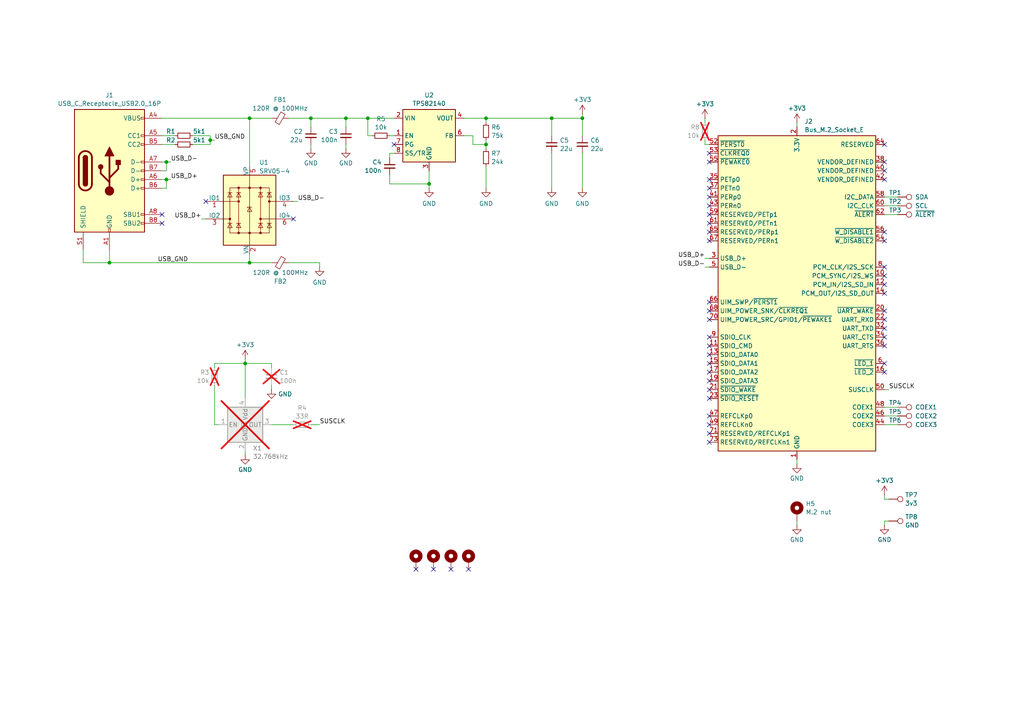
<source format=kicad_sch>
(kicad_sch (version 20231120) (generator "eeschema") (generator_version "8.0")
  (paper "A4")
  (lib_symbols
    (symbol "Connector:Bus_M.2_Socket_E"
      (property "Reference" "J" (at -22.86 46.99 0))
      (property "Value" "Bus_M.2_Socket_E" (at 16.51 46.99 0))
      (symbol "Bus_M.2_Socket_E_0_1"
        (rectangle (start -22.86 45.72) (end 22.86 -45.72) (stroke (width 0.254)) (fill (type background)))
      )
      (symbol "Bus_M.2_Socket_E_1_1"
        (pin power_in line (at 0 -48.26 90) (length 2.54) (name "GND") (number "1"))
        (pin bidirectional line (at 25.4 5.08 180) (length 2.54) (name "PCM_SYNC/I2S_WS") (number "10"))
        (pin bidirectional line (at -25.4 -15.24 0) (length 2.54) (name "SDIO_CMD") (number "11"))
        (pin input line (at 25.4 2.54 180) (length 2.54) (name "PCM_IN/I2S_SD_IN") (number "12"))
        (pin bidirectional line (at -25.4 -17.78 0) (length 2.54) (name "SDIO_DATA0") (number "13"))
        (pin output line (at 25.4 0 180) (length 2.54) (name "PCM_OUT/I2S_SD_OUT") (number "14"))
        (pin bidirectional line (at -25.4 -20.32 0) (length 2.54) (name "SDIO_DATA1") (number "15"))
        (pin open_collector line (at 25.4 -22.86 180) (length 2.54) (name "~{LED_2}") (number "16"))
        (pin bidirectional line (at -25.4 -22.86 0) (length 2.54) (name "SDIO_DATA2") (number "17"))
        (pin passive line (at 0 -48.26 90) (length 2.54) hide (name "GND") (number "18"))
        (pin bidirectional line (at -25.4 -25.4 0) (length 2.54) (name "SDIO_DATA3") (number "19"))
        (pin power_in line (at 0 48.26 270) (length 2.54) (name "3.3V") (number "2"))
        (pin input line (at 25.4 -5.08 180) (length 2.54) (name "~{UART_WAKE}") (number "20"))
        (pin input line (at -25.4 -27.94 0) (length 2.54) (name "~{SDIO_WAKE}") (number "21"))
        (pin input line (at 25.4 -7.62 180) (length 2.54) (name "UART_RXD") (number "22"))
        (pin output line (at -25.4 -30.48 0) (length 2.54) (name "~{SDIO_RESET}") (number "23"))
        (pin bidirectional line (at -25.4 10.16 0) (length 2.54) (name "USB_D+") (number "3"))
        (pin output line (at 25.4 -10.16 180) (length 2.54) (name "UART_TXD") (number "32"))
        (pin passive line (at 0 -48.26 90) (length 2.54) hide (name "GND") (number "33"))
        (pin input line (at 25.4 -12.7 180) (length 2.54) (name "UART_CTS") (number "34"))
        (pin output line (at -25.4 33.02 0) (length 2.54) (name "PETp0") (number "35"))
        (pin output line (at 25.4 -15.24 180) (length 2.54) (name "UART_RTS") (number "36"))
        (pin output line (at -25.4 30.48 0) (length 2.54) (name "PETn0") (number "37"))
        (pin passive line (at 25.4 38.1 180) (length 2.54) (name "VENDOR_DEFINED") (number "38"))
        (pin passive line (at 0 -48.26 90) (length 2.54) hide (name "GND") (number "39"))
        (pin passive line (at 0 48.26 270) (length 2.54) hide (name "3.3V") (number "4"))
        (pin passive line (at 25.4 35.56 180) (length 2.54) (name "VENDOR_DEFINED") (number "40"))
        (pin input line (at -25.4 27.94 0) (length 2.54) (name "PERp0") (number "41"))
        (pin passive line (at 25.4 33.02 180) (length 2.54) (name "VENDOR_DEFINED") (number "42"))
        (pin input line (at -25.4 25.4 0) (length 2.54) (name "PERn0") (number "43"))
        (pin bidirectional line (at 25.4 -38.1 180) (length 2.54) (name "COEX3") (number "44"))
        (pin passive line (at 0 -48.26 90) (length 2.54) hide (name "GND") (number "45"))
        (pin bidirectional line (at 25.4 -35.56 180) (length 2.54) (name "COEX2") (number "46"))
        (pin output line (at -25.4 -35.56 0) (length 2.54) (name "REFCLKp0") (number "47"))
        (pin bidirectional line (at 25.4 -33.02 180) (length 2.54) (name "COEX1") (number "48"))
        (pin output line (at -25.4 -38.1 0) (length 2.54) (name "REFCLKn0") (number "49"))
        (pin bidirectional line (at -25.4 7.62 0) (length 2.54) (name "USB_D-") (number "5"))
        (pin output line (at 25.4 -27.94 180) (length 2.54) (name "SUSCLK") (number "50"))
        (pin passive line (at 0 -48.26 90) (length 2.54) hide (name "GND") (number "51"))
        (pin output line (at -25.4 43.18 0) (length 2.54) (name "~{PERST0}") (number "52"))
        (pin bidirectional line (at -25.4 40.64 0) (length 2.54) (name "~{CLKREQ0}") (number "53"))
        (pin output line (at 25.4 15.24 180) (length 2.54) (name "~{W_DISABLE2}") (number "54"))
        (pin bidirectional line (at -25.4 38.1 0) (length 2.54) (name "~{PEWAKE0}") (number "55"))
        (pin output line (at 25.4 17.78 180) (length 2.54) (name "~{W_DISABLE1}") (number "56"))
        (pin passive line (at 0 -48.26 90) (length 2.54) hide (name "GND") (number "57"))
        (pin bidirectional line (at 25.4 27.94 180) (length 2.54) (name "I2C_DATA") (number "58"))
        (pin output line (at -25.4 22.86 0) (length 2.54) (name "RESERVED/PETp1") (number "59"))
        (pin open_collector line (at 25.4 -20.32 180) (length 2.54) (name "~{LED_1}") (number "6"))
        (pin output line (at 25.4 25.4 180) (length 2.54) (name "I2C_CLK") (number "60"))
        (pin output line (at -25.4 20.32 0) (length 2.54) (name "RESERVED/PETn1") (number "61"))
        (pin input line (at 25.4 22.86 180) (length 2.54) (name "~{ALERT}") (number "62"))
        (pin passive line (at 0 -48.26 90) (length 2.54) hide (name "GND") (number "63"))
        (pin passive line (at 25.4 43.18 180) (length 2.54) (name "RESERVED") (number "64"))
        (pin input line (at -25.4 17.78 0) (length 2.54) (name "RESERVED/PERp1") (number "65"))
        (pin output line (at -25.4 -2.54 0) (length 2.54) (name "UIM_SWP/~{PERST1}") (number "66"))
        (pin input line (at -25.4 15.24 0) (length 2.54) (name "RESERVED/PERn1") (number "67"))
        (pin bidirectional line (at -25.4 -5.08 0) (length 2.54) (name "UIM_POWER_SNK/~{CLKREQ1}") (number "68"))
        (pin passive line (at 0 -48.26 90) (length 2.54) hide (name "GND") (number "69"))
        (pin passive line (at 0 -48.26 90) (length 2.54) hide (name "GND") (number "7"))
        (pin bidirectional line (at -25.4 -7.62 0) (length 2.54) (name "UIM_POWER_SRC/GPIO1/~{PEWAKE1}") (number "70"))
        (pin output line (at -25.4 -40.64 0) (length 2.54) (name "RESERVED/REFCLKp1") (number "71"))
        (pin passive line (at 0 48.26 270) (length 2.54) hide (name "3.3V") (number "72"))
        (pin output line (at -25.4 -43.18 0) (length 2.54) (name "RESERVED/REFCLKn1") (number "73"))
        (pin passive line (at 0 48.26 270) (length 2.54) hide (name "3.3V") (number "74"))
        (pin passive line (at 0 -48.26 90) (length 2.54) hide (name "GND") (number "75"))
        (pin bidirectional line (at 25.4 7.62 180) (length 2.54) (name "PCM_CLK/I2S_SCK") (number "8"))
        (pin output line (at -25.4 -12.7 0) (length 2.54) (name "SDIO_CLK") (number "9"))
      )
    )
    (symbol "Connector:TestPoint" (pin_numbers hide) (pin_names (offset 0.762) hide)
      (property "Reference" "TP" (at 0 6.858 0))
      (property "Value" "TestPoint" (at 0 5.08 0))
      (symbol "TestPoint_0_1"
        (circle (center 0 3.302) (radius 0.762))
      )
      (symbol "TestPoint_1_1"
        (pin passive line (at 0 0 90) (length 2.54) (name "1") (number "1"))
      )
    )
    (symbol "Connector:USB_C_Receptacle_USB2.0_16P" (pin_names (offset 1.016))
      (property "Reference" "J" (at 0 22.225 0))
      (property "Value" "USB_C_Receptacle_USB2.0_16P" (at 0 19.685 0))
      (symbol "USB_C_Receptacle_USB2.0_16P_0_0"
        (rectangle (start -0.254 -17.78) (end 0.254 -16.764))
        (rectangle (start 10.16 -14.986) (end 9.144 -15.494))
        (rectangle (start 10.16 -12.446) (end 9.144 -12.954))
        (rectangle (start 10.16 -4.826) (end 9.144 -5.334))
        (rectangle (start 10.16 -2.286) (end 9.144 -2.794))
        (rectangle (start 10.16 0.254) (end 9.144 -0.254))
        (rectangle (start 10.16 2.794) (end 9.144 2.286))
        (rectangle (start 10.16 7.874) (end 9.144 7.366))
        (rectangle (start 10.16 10.414) (end 9.144 9.906))
        (rectangle (start 10.16 15.494) (end 9.144 14.986))
      )
      (symbol "USB_C_Receptacle_USB2.0_16P_0_1"
        (rectangle (start -10.16 17.78) (end 10.16 -17.78) (stroke (width 0.254)) (fill (type background)))
        (arc (start -8.89 -3.81) (mid -6.985 -5.7067) (end -5.08 -3.81) (stroke (width 0.508)))
        (arc (start -7.62 -3.81) (mid -6.985 -4.4423) (end -6.35 -3.81) (stroke (width 0.254)))
        (arc (start -7.62 -3.81) (mid -6.985 -4.4423) (end -6.35 -3.81) (stroke (width 0.254)) (fill (type outline)))
        (rectangle (start -7.62 -3.81) (end -6.35 3.81) (stroke (width 0.254)) (fill (type outline)))
        (arc (start -6.35 3.81) (mid -6.985 4.4423) (end -7.62 3.81) (stroke (width 0.254)))
        (arc (start -6.35 3.81) (mid -6.985 4.4423) (end -7.62 3.81) (stroke (width 0.254)) (fill (type outline)))
        (arc (start -5.08 3.81) (mid -6.985 5.7067) (end -8.89 3.81) (stroke (width 0.508)))
        (circle (center -2.54 1.143) (radius 0.635) (stroke (width 0.254)) (fill (type outline)))
        (circle (center 0 -5.842) (radius 1.27) (fill (type outline)))
        (polyline (pts (xy -8.89 -3.81) (xy -8.89 3.81)) (stroke (width 0.508)))
        (polyline (pts (xy -5.08 3.81) (xy -5.08 -3.81)) (stroke (width 0.508)))
        (polyline (pts (xy 0 -5.842) (xy 0 4.318)) (stroke (width 0.508)))
        (polyline (pts (xy 0 -3.302) (xy -2.54 -0.762) (xy -2.54 0.508)) (stroke (width 0.508)))
        (polyline (pts (xy 0 -2.032) (xy 2.54 0.508) (xy 2.54 1.778)) (stroke (width 0.508)))
        (polyline (pts (xy -1.27 4.318) (xy 0 6.858) (xy 1.27 4.318) (xy -1.27 4.318)) (stroke (width 0.254)) (fill (type outline)))
        (rectangle (start 1.905 1.778) (end 3.175 3.048) (stroke (width 0.254)) (fill (type outline)))
      )
      (symbol "USB_C_Receptacle_USB2.0_16P_1_1"
        (pin passive line (at 0 -22.86 90) (length 5.08) (name "GND") (number "A1"))
        (pin passive line (at 0 -22.86 90) (length 5.08) hide (name "GND") (number "A12"))
        (pin passive line (at 15.24 15.24 180) (length 5.08) (name "VBUS") (number "A4"))
        (pin bidirectional line (at 15.24 10.16 180) (length 5.08) (name "CC1") (number "A5"))
        (pin bidirectional line (at 15.24 -2.54 180) (length 5.08) (name "D+") (number "A6"))
        (pin bidirectional line (at 15.24 2.54 180) (length 5.08) (name "D-") (number "A7"))
        (pin bidirectional line (at 15.24 -12.7 180) (length 5.08) (name "SBU1") (number "A8"))
        (pin passive line (at 15.24 15.24 180) (length 5.08) hide (name "VBUS") (number "A9"))
        (pin passive line (at 0 -22.86 90) (length 5.08) hide (name "GND") (number "B1"))
        (pin passive line (at 0 -22.86 90) (length 5.08) hide (name "GND") (number "B12"))
        (pin passive line (at 15.24 15.24 180) (length 5.08) hide (name "VBUS") (number "B4"))
        (pin bidirectional line (at 15.24 7.62 180) (length 5.08) (name "CC2") (number "B5"))
        (pin bidirectional line (at 15.24 -5.08 180) (length 5.08) (name "D+") (number "B6"))
        (pin bidirectional line (at 15.24 0 180) (length 5.08) (name "D-") (number "B7"))
        (pin bidirectional line (at 15.24 -15.24 180) (length 5.08) (name "SBU2") (number "B8"))
        (pin passive line (at 15.24 15.24 180) (length 5.08) hide (name "VBUS") (number "B9"))
        (pin passive line (at -7.62 -22.86 90) (length 5.08) (name "SHIELD") (number "S1"))
      )
    )
    (symbol "Device:C_Small" (pin_numbers hide) (pin_names (offset 0.254) hide)
      (property "Reference" "C" (at 0.254 1.778 0))
      (property "Value" "C_Small" (at 0.254 -2.032 0))
      (symbol "C_Small_0_1"
        (polyline (pts (xy -1.524 -0.508) (xy 1.524 -0.508)) (stroke (width 0.3302)))
        (polyline (pts (xy -1.524 0.508) (xy 1.524 0.508)) (stroke (width 0.3048)))
      )
      (symbol "C_Small_1_1"
        (pin passive line (at 0 2.54 270) (length 2.032) (name "~") (number "1"))
        (pin passive line (at 0 -2.54 90) (length 2.032) (name "~") (number "2"))
      )
    )
    (symbol "Device:FerriteBead_Small" (pin_numbers hide) (pin_names (offset 0))
      (property "Reference" "FB" (at 1.905 1.27 0))
      (property "Value" "FerriteBead_Small" (at 1.905 -1.27 0))
      (symbol "FerriteBead_Small_0_1"
        (polyline (pts (xy 0 -1.27) (xy 0 -0.7874)))
        (polyline (pts (xy 0 0.889) (xy 0 1.2954)))
        (polyline (pts (xy -1.8288 0.2794) (xy -1.1176 1.4986) (xy 1.8288 -0.2032) (xy 1.1176 -1.4224) (xy -1.8288 0.2794)))
      )
      (symbol "FerriteBead_Small_1_1"
        (pin passive line (at 0 2.54 270) (length 1.27) (name "~") (number "1"))
        (pin passive line (at 0 -2.54 90) (length 1.27) (name "~") (number "2"))
      )
    )
    (symbol "Device:R_Small" (pin_numbers hide) (pin_names (offset 0.254) hide)
      (property "Reference" "R" (at 0.762 0.508 0))
      (property "Value" "R_Small" (at 0.762 -1.016 0))
      (symbol "R_Small_0_1"
        (rectangle (start -0.762 1.778) (end 0.762 -1.778) (stroke (width 0.2032)))
      )
      (symbol "R_Small_1_1"
        (pin passive line (at 0 2.54 270) (length 0.762) (name "~") (number "1"))
        (pin passive line (at 0 -2.54 90) (length 0.762) (name "~") (number "2"))
      )
    )
    (symbol "Mechanical:MountingHole_Pad" (pin_numbers hide) (pin_names (offset 1.016) hide) (exclude_from_sim yes) (in_bom no)
      (property "Reference" "H" (at 0 6.35 0))
      (property "Value" "MountingHole_Pad" (at 0 4.445 0))
      (symbol "MountingHole_Pad_0_1"
        (circle (center 0 1.27) (radius 1.27) (stroke (width 1.27)))
      )
      (symbol "MountingHole_Pad_1_1"
        (pin input line (at 0 -2.54 90) (length 2.54) (name "1") (number "1"))
      )
    )
    (symbol "Oscillator:ASE-xxxMHz" (pin_names (offset 0.254))
      (property "Reference" "X" (at -5.08 6.35 0))
      (property "Value" "ASE-xxxMHz" (at 1.27 -6.35 0))
      (symbol "ASE-xxxMHz_0_1"
        (rectangle (start -5.08 5.08) (end 5.08 -5.08) (stroke (width 0.254)) (fill (type background)))
        (polyline (pts (xy -1.27 -0.762) (xy -1.016 -0.762) (xy -1.016 0.762) (xy -0.508 0.762) (xy -0.508 -0.762) (xy 0 -0.762) (xy 0 0.762) (xy 0.508 0.762) (xy 0.508 -0.762) (xy 0.762 -0.762)))
      )
      (symbol "ASE-xxxMHz_1_1"
        (pin input line (at -7.62 0 0) (length 2.54) (name "EN") (number "1"))
        (pin power_in line (at 0 -7.62 90) (length 2.54) (name "GND") (number "2"))
        (pin output line (at 7.62 0 180) (length 2.54) (name "OUT") (number "3"))
        (pin power_in line (at 0 7.62 270) (length 2.54) (name "Vdd") (number "4"))
      )
    )
    (symbol "Power_Protection:SRV05-4" (pin_names (offset 0))
      (property "Reference" "U" (at -5.08 11.43 0))
      (property "Value" "SRV05-4" (at 2.54 11.43 0))
      (symbol "SRV05-4_0_0"
        (rectangle (start -5.715 6.477) (end 5.715 -6.604))
        (polyline (pts (xy -3.175 -6.604) (xy -3.175 6.477)))
        (polyline (pts (xy 3.175 6.477) (xy 3.175 -6.604)))
      )
      (symbol "SRV05-4_0_1"
        (rectangle (start -7.62 10.16) (end 7.62 -10.16) (stroke (width 0.254)) (fill (type background)))
        (circle (center -5.715 -2.54) (radius 0.2794) (fill (type outline)))
        (circle (center -3.175 -6.604) (radius 0.2794) (fill (type outline)))
        (circle (center -3.175 2.54) (radius 0.2794) (fill (type outline)))
        (circle (center -3.175 6.477) (radius 0.2794) (fill (type outline)))
        (circle (center 0 -6.604) (radius 0.2794) (fill (type outline)))
        (polyline (pts (xy -7.747 2.54) (xy -3.175 2.54)))
        (polyline (pts (xy -7.62 -2.54) (xy -5.715 -2.54)))
        (polyline (pts (xy -5.08 -3.81) (xy -6.35 -3.81)))
        (polyline (pts (xy -5.08 5.08) (xy -6.35 5.08)))
        (polyline (pts (xy -2.54 -3.81) (xy -3.81 -3.81)))
        (polyline (pts (xy -2.54 5.08) (xy -3.81 5.08)))
        (polyline (pts (xy 0 10.16) (xy 0 -10.16)))
        (polyline (pts (xy 3.81 -3.81) (xy 2.54 -3.81)))
        (polyline (pts (xy 3.81 5.08) (xy 2.54 5.08)))
        (polyline (pts (xy 6.35 -3.81) (xy 5.08 -3.81)))
        (polyline (pts (xy 6.35 5.08) (xy 5.08 5.08)))
        (polyline (pts (xy 7.62 -2.54) (xy 3.175 -2.54)))
        (polyline (pts (xy 7.62 2.54) (xy 5.715 2.54)))
        (polyline (pts (xy 0.635 0.889) (xy -0.635 0.889) (xy -0.635 0.635)))
        (polyline (pts (xy -5.08 -5.08) (xy -6.35 -5.08) (xy -5.715 -3.81) (xy -5.08 -5.08)))
        (polyline (pts (xy -5.08 3.81) (xy -6.35 3.81) (xy -5.715 5.08) (xy -5.08 3.81)))
        (polyline (pts (xy -2.54 -5.08) (xy -3.81 -5.08) (xy -3.175 -3.81) (xy -2.54 -5.08)))
        (polyline (pts (xy -2.54 3.81) (xy -3.81 3.81) (xy -3.175 5.08) (xy -2.54 3.81)))
        (polyline (pts (xy 0.635 -0.381) (xy -0.635 -0.381) (xy 0 0.889) (xy 0.635 -0.381)))
        (polyline (pts (xy 3.81 -5.08) (xy 2.54 -5.08) (xy 3.175 -3.81) (xy 3.81 -5.08)))
        (polyline (pts (xy 3.81 3.81) (xy 2.54 3.81) (xy 3.175 5.08) (xy 3.81 3.81)))
        (polyline (pts (xy 6.35 -5.08) (xy 5.08 -5.08) (xy 5.715 -3.81) (xy 6.35 -5.08)))
        (polyline (pts (xy 6.35 3.81) (xy 5.08 3.81) (xy 5.715 5.08) (xy 6.35 3.81)))
        (circle (center 0 6.477) (radius 0.2794) (fill (type outline)))
        (circle (center 3.175 -6.604) (radius 0.2794) (fill (type outline)))
        (circle (center 3.175 -2.54) (radius 0.2794) (fill (type outline)))
        (circle (center 3.175 6.477) (radius 0.2794) (fill (type outline)))
        (circle (center 5.715 2.54) (radius 0.2794) (fill (type outline)))
      )
      (symbol "SRV05-4_1_1"
        (pin passive line (at -12.7 2.54 0) (length 5.08) (name "IO1") (number "1"))
        (pin passive line (at 0 -12.7 90) (length 2.54) (name "VN") (number "2"))
        (pin passive line (at -12.7 -2.54 0) (length 5.08) (name "IO2") (number "3"))
        (pin passive line (at 12.7 2.54 180) (length 5.08) (name "IO3") (number "4"))
        (pin passive line (at 0 12.7 270) (length 2.54) (name "VP") (number "5"))
        (pin passive line (at 12.7 -2.54 180) (length 5.08) (name "IO4") (number "6"))
      )
    )
    (symbol "Regulator_Switching:TPS82140"
      (property "Reference" "U" (at 1.27 11.43 0))
      (property "Value" "TPS82140" (at 5.08 8.89 0))
      (symbol "TPS82140_0_1"
        (rectangle (start -7.62 7.62) (end 7.62 -7.62) (stroke (width 0.254)) (fill (type background)))
      )
      (symbol "TPS82140_1_1"
        (pin input line (at -10.16 0 0) (length 2.54) (name "EN") (number "1"))
        (pin power_in line (at -10.16 5.08 0) (length 2.54) (name "VIN") (number "2"))
        (pin power_in line (at 0 -10.16 90) (length 2.54) (name "GND") (number "3"))
        (pin power_out line (at 10.16 5.08 180) (length 2.54) (name "VOUT") (number "4"))
        (pin passive line (at 10.16 5.08 180) (length 2.54) hide (name "VOUT") (number "5"))
        (pin input line (at 10.16 0 180) (length 2.54) (name "FB") (number "6"))
        (pin open_collector line (at -10.16 -2.54 0) (length 2.54) (name "PG") (number "7"))
        (pin input line (at -10.16 -5.08 0) (length 2.54) (name "SS/TR") (number "8"))
        (pin passive line (at 0 -10.16 90) (length 2.54) hide (name "GND") (number "9"))
      )
    )
    (symbol "power:+3V3" (power) (pin_numbers hide) (pin_names (offset 0) hide)
      (property "Value" "+3V3" (at 0 3.556 0))
      (symbol "+3V3_0_1"
        (polyline (pts (xy -0.762 1.27) (xy 0 2.54)))
        (polyline (pts (xy 0 0) (xy 0 2.54)))
        (polyline (pts (xy 0 2.54) (xy 0.762 1.27)))
      )
      (symbol "+3V3_1_1"
        (pin power_in line (at 0 0 90) (length 0) (name "~") (number "1"))
      )
    )
    (symbol "power:GND" (power) (pin_numbers hide) (pin_names (offset 0) hide)
      (property "Value" "GND" (at 0 -3.81 0))
      (symbol "GND_0_1"
        (polyline (pts (xy 0 0) (xy 0 -1.27) (xy 1.27 -1.27) (xy 0 -2.54) (xy -1.27 -1.27) (xy 0 -1.27)))
      )
      (symbol "GND_1_1"
        (pin power_in line (at 0 0 270) (length 0) (name "~") (number "1"))
      )
    )
  )
  (junction (at 72.39 34.29))
  (junction (at 160.02 34.29))
  (junction (at 72.39 76.2))
  (junction (at 106.68 34.29))
  (junction (at 168.91 34.29))
  (junction (at 140.97 41.91))
  (junction (at 31.75 76.2))
  (junction (at 71.12 105.41))
  (junction (at 100.33 34.29))
  (junction (at 48.26 52.07))
  (junction (at 48.26 46.99))
  (junction (at 124.46 53.34))
  (junction (at 90.17 34.29))
  (junction (at 60.96 40.64))
  (junction (at 140.97 34.29))
  (no_connect (at 59.69 58.42))
  (no_connect (at 205.74 120.65))
  (no_connect (at 205.74 105.41))
  (no_connect (at 120.65 165.1))
  (no_connect (at 205.74 62.23))
  (no_connect (at 205.74 54.61))
  (no_connect (at 205.74 67.31))
  (no_connect (at 205.74 64.77))
  (no_connect (at 256.54 92.71))
  (no_connect (at 256.54 41.91))
  (no_connect (at 130.81 165.1))
  (no_connect (at 205.74 97.79))
  (no_connect (at 205.74 52.07))
  (no_connect (at 205.74 44.45))
  (no_connect (at 46.99 62.23))
  (no_connect (at 205.74 115.57))
  (no_connect (at 256.54 105.41))
  (no_connect (at 205.74 102.87))
  (no_connect (at 205.74 128.27))
  (no_connect (at 205.74 46.99))
  (no_connect (at 256.54 90.17))
  (no_connect (at 256.54 69.85))
  (no_connect (at 205.74 113.03))
  (no_connect (at 125.73 165.1))
  (no_connect (at 256.54 85.09))
  (no_connect (at 46.99 64.77))
  (no_connect (at 135.89 165.1))
  (no_connect (at 256.54 67.31))
  (no_connect (at 205.74 90.17))
  (no_connect (at 85.09 63.5))
  (no_connect (at 205.74 100.33))
  (no_connect (at 256.54 100.33))
  (no_connect (at 205.74 57.15))
  (no_connect (at 205.74 69.85))
  (no_connect (at 205.74 123.19))
  (no_connect (at 205.74 110.49))
  (no_connect (at 205.74 87.63))
  (no_connect (at 256.54 82.55))
  (no_connect (at 256.54 77.47))
  (no_connect (at 256.54 52.07))
  (no_connect (at 205.74 59.69))
  (no_connect (at 256.54 107.95))
  (no_connect (at 256.54 95.25))
  (no_connect (at 114.3 41.91))
  (no_connect (at 256.54 46.99))
  (no_connect (at 256.54 80.01))
  (no_connect (at 205.74 125.73))
  (no_connect (at 205.74 92.71))
  (no_connect (at 256.54 49.53))
  (no_connect (at 205.74 107.95))
  (no_connect (at 256.54 97.79))
  (wire (pts (xy 204.47 40.64) (xy 204.47 41.91)))
  (wire (pts (xy 60.96 41.91) (xy 55.88 41.91)))
  (wire (pts (xy 140.97 34.29) (xy 160.02 34.29)))
  (wire (pts (xy 85.09 58.42) (xy 86.36 58.42)))
  (wire (pts (xy 100.33 34.29) (xy 106.68 34.29)))
  (wire (pts (xy 90.17 41.91) (xy 90.17 43.18)))
  (wire (pts (xy 46.99 39.37) (xy 50.8 39.37)))
  (wire (pts (xy 24.13 76.2) (xy 31.75 76.2)))
  (wire (pts (xy 160.02 34.29) (xy 160.02 39.37)))
  (wire (pts (xy 256.54 62.23) (xy 260.35 62.23)))
  (wire (pts (xy 124.46 53.34) (xy 124.46 54.61)))
  (wire (pts (xy 72.39 34.29) (xy 72.39 48.26)))
  (wire (pts (xy 60.96 40.64) (xy 62.23 40.64)))
  (wire (pts (xy 72.39 34.29) (xy 78.74 34.29)))
  (wire (pts (xy 100.33 34.29) (xy 100.33 36.83)))
  (wire (pts (xy 71.12 105.41) (xy 62.23 105.41)))
  (wire (pts (xy 90.17 34.29) (xy 100.33 34.29)))
  (wire (pts (xy 71.12 105.41) (xy 71.12 115.57)))
  (wire (pts (xy 256.54 152.4) (xy 256.54 151.13)))
  (wire (pts (xy 60.96 39.37) (xy 60.96 40.64)))
  (wire (pts (xy 113.03 44.45) (xy 113.03 45.72)))
  (wire (pts (xy 140.97 48.26) (xy 140.97 54.61)))
  (wire (pts (xy 71.12 105.41) (xy 78.74 105.41)))
  (wire (pts (xy 256.54 151.13) (xy 257.81 151.13)))
  (wire (pts (xy 256.54 144.78) (xy 257.81 144.78)))
  (wire (pts (xy 60.96 40.64) (xy 60.96 41.91)))
  (wire (pts (xy 113.03 50.8) (xy 113.03 53.34)))
  (wire (pts (xy 46.99 46.99) (xy 48.26 46.99)))
  (wire (pts (xy 256.54 120.65) (xy 260.35 120.65)))
  (wire (pts (xy 78.74 105.41) (xy 78.74 106.68)))
  (wire (pts (xy 106.68 34.29) (xy 114.3 34.29)))
  (wire (pts (xy 137.16 41.91) (xy 140.97 41.91)))
  (wire (pts (xy 48.26 52.07) (xy 49.53 52.07)))
  (wire (pts (xy 62.23 105.41) (xy 62.23 106.68)))
  (wire (pts (xy 134.62 34.29) (xy 140.97 34.29)))
  (wire (pts (xy 160.02 44.45) (xy 160.02 54.61)))
  (wire (pts (xy 113.03 53.34) (xy 124.46 53.34)))
  (wire (pts (xy 137.16 39.37) (xy 137.16 41.91)))
  (wire (pts (xy 168.91 34.29) (xy 168.91 39.37)))
  (wire (pts (xy 100.33 41.91) (xy 100.33 43.18)))
  (wire (pts (xy 204.47 41.91) (xy 205.74 41.91)))
  (wire (pts (xy 231.14 151.13) (xy 231.14 152.4)))
  (wire (pts (xy 160.02 34.29) (xy 168.91 34.29)))
  (wire (pts (xy 140.97 41.91) (xy 140.97 40.64)))
  (wire (pts (xy 48.26 46.99) (xy 48.26 49.53)))
  (wire (pts (xy 107.95 39.37) (xy 106.68 39.37)))
  (wire (pts (xy 204.47 77.47) (xy 205.74 77.47)))
  (wire (pts (xy 78.74 76.2) (xy 72.39 76.2)))
  (wire (pts (xy 48.26 46.99) (xy 49.53 46.99)))
  (wire (pts (xy 71.12 130.81) (xy 71.12 132.08)))
  (wire (pts (xy 231.14 133.35) (xy 231.14 134.62)))
  (wire (pts (xy 72.39 73.66) (xy 72.39 76.2)))
  (wire (pts (xy 83.82 76.2) (xy 92.71 76.2)))
  (wire (pts (xy 46.99 49.53) (xy 48.26 49.53)))
  (wire (pts (xy 231.14 35.56) (xy 231.14 36.83)))
  (wire (pts (xy 256.54 123.19) (xy 260.35 123.19)))
  (wire (pts (xy 204.47 74.93) (xy 205.74 74.93)))
  (wire (pts (xy 90.17 34.29) (xy 90.17 36.83)))
  (wire (pts (xy 83.82 34.29) (xy 90.17 34.29)))
  (wire (pts (xy 256.54 113.03) (xy 257.81 113.03)))
  (wire (pts (xy 114.3 44.45) (xy 113.03 44.45)))
  (wire (pts (xy 46.99 41.91) (xy 50.8 41.91)))
  (wire (pts (xy 62.23 123.19) (xy 63.5 123.19)))
  (wire (pts (xy 90.17 123.19) (xy 92.71 123.19)))
  (wire (pts (xy 78.74 111.76) (xy 78.74 113.03)))
  (wire (pts (xy 92.71 76.2) (xy 92.71 77.47)))
  (wire (pts (xy 78.74 123.19) (xy 85.09 123.19)))
  (wire (pts (xy 106.68 34.29) (xy 106.68 39.37)))
  (wire (pts (xy 71.12 104.14) (xy 71.12 105.41)))
  (wire (pts (xy 72.39 76.2) (xy 31.75 76.2)))
  (wire (pts (xy 256.54 59.69) (xy 260.35 59.69)))
  (wire (pts (xy 31.75 72.39) (xy 31.75 76.2)))
  (wire (pts (xy 48.26 52.07) (xy 48.26 54.61)))
  (wire (pts (xy 256.54 143.51) (xy 256.54 144.78)))
  (wire (pts (xy 256.54 57.15) (xy 260.35 57.15)))
  (wire (pts (xy 24.13 72.39) (xy 24.13 76.2)))
  (wire (pts (xy 140.97 41.91) (xy 140.97 43.18)))
  (wire (pts (xy 124.46 53.34) (xy 124.46 49.53)))
  (wire (pts (xy 168.91 33.02) (xy 168.91 34.29)))
  (wire (pts (xy 113.03 39.37) (xy 114.3 39.37)))
  (wire (pts (xy 58.42 63.5) (xy 59.69 63.5)))
  (wire (pts (xy 55.88 39.37) (xy 60.96 39.37)))
  (wire (pts (xy 48.26 54.61) (xy 46.99 54.61)))
  (wire (pts (xy 62.23 111.76) (xy 62.23 123.19)))
  (wire (pts (xy 256.54 118.11) (xy 260.35 118.11)))
  (wire (pts (xy 204.47 34.29) (xy 204.47 35.56)))
  (wire (pts (xy 140.97 34.29) (xy 140.97 35.56)))
  (wire (pts (xy 46.99 34.29) (xy 72.39 34.29)))
  (wire (pts (xy 46.99 52.07) (xy 48.26 52.07)))
  (wire (pts (xy 168.91 44.45) (xy 168.91 54.61)))
  (wire (pts (xy 134.62 39.37) (xy 137.16 39.37)))
  (label "SUSCLK" (at 92.71 123.19 0))
  (label "USB_D+" (at 58.42 63.5 180))
  (label "USB_GND" (at 62.23 40.64 0))
  (label "SUSCLK" (at 257.81 113.03 0))
  (label "USB_D-" (at 49.53 46.99 0))
  (label "USB_D+" (at 49.53 52.07 0))
  (label "USB_D-" (at 86.36 58.42 0))
  (label "USB_D-" (at 204.47 77.47 180))
  (label "USB_GND" (at 45.72 76.2 0))
  (label "USB_D+" (at 204.47 74.93 180))
  (symbol (lib_id "Connector:TestPoint") (at 257.81 144.78 270) (unit 1)
    (property "Reference" "TP7" (at 262.509 143.5678 90) (effects (justify left)))
    (property "Value" "3v3" (at 262.509 145.9921 90) (effects (justify left)))
    (property "Footprint" "TestPoint:TestPoint_Pad_D1.5mm" (effects (hide yes)))
    (property "Description" "test point" (effects (hide yes)))
  )
  (symbol (lib_id "power:+3V3") (at 256.54 143.51 0) (unit 1)
    (property "Reference" "#PWR05" (effects (hide yes)))
    (property "Value" "+3V3" (at 256.54 139.3769 0))
    (property "Description" "Power symbol creates a global label with name \"+3V3\"" (effects (hide yes)))
  )
  (symbol (lib_id "Device:R_Small") (at 62.23 109.22 0) (unit 1) (dnp yes)
    (property "Reference" "R3" (at 60.7315 108.0078 0) (effects (justify right)))
    (property "Value" "10k" (at 60.7315 110.4321 0) (effects (justify right)))
    (property "Footprint" "Resistor_SMD:R_0402_1005Metric" (effects (hide yes)))
    (property "Description" "Resistor, small symbol" (effects (hide yes)))
  )
  (symbol (lib_id "Device:R_Small") (at 140.97 38.1 0) (unit 1)
    (property "Reference" "R6" (at 142.4686 36.8878 0) (effects (justify left)))
    (property "Value" "75k" (at 142.4686 39.3121 0) (effects (justify left)))
    (property "Footprint" "Resistor_SMD:R_0402_1005Metric" (effects (hide yes)))
    (property "Description" "Resistor, small symbol" (effects (hide yes)))
  )
  (symbol (lib_id "power:GND") (at 140.97 54.61 0) (unit 1)
    (property "Reference" "#PWR04" (effects (hide yes)))
    (property "Value" "GND" (at 140.97 59.0534 0))
  )
  (symbol (lib_id "power:GND") (at 78.74 113.03 0) (unit 1)
    (property "Reference" "#PWR012" (effects (hide yes)))
    (property "Value" "GND" (at 80.645 114.3 0) (effects (justify left)))
  )
  (symbol (lib_id "Device:R_Small") (at 53.34 41.91 90) (unit 1)
    (property "Reference" "R2" (at 49.53 40.64 90))
    (property "Value" "5k1" (at 57.785 40.64 90))
    (property "Footprint" "Resistor_SMD:R_0402_1005Metric" (effects (hide yes)))
    (property "Description" "Resistor, small symbol" (effects (hide yes)))
  )
  (symbol (lib_id "Power_Protection:SRV05-4") (at 72.39 60.96 0) (unit 1)
    (property "Reference" "U1" (at 75.1587 47.1002 0) (effects (justify left)))
    (property "Value" "SRV05-4" (at 75.1587 49.6371 0) (effects (justify left)))
    (property "Footprint" "Package_TO_SOT_SMD:SOT-23-6" (effects (hide yes)))
    (property "Manufacturer" "Micro Commercial Co" (effects (hide yes)))
    (property "MPN" "SRV05-4L-TP" (effects (hide yes)))
    (property "Digikey" "SRV05-4L-TPMSCT-ND" (effects (hide yes)))
  )
  (symbol (lib_id "Mechanical:MountingHole_Pad") (at 231.14 148.59 0) (unit 1) (exclude_from_sim yes) (in_bom no)
    (property "Reference" "H5" (at 233.68 146.1078 0) (effects (justify left)))
    (property "Value" "M.2 nut" (at 233.68 148.5321 0) (effects (justify left)))
    (property "Footprint" "local:JAE_SM3ZS067Uxxx-NUT1" (effects (hide yes)))
    (property "Datasheet" "https://www.jae.com/direct/topics/topics_file_download/?topics_id=68938&ext_no=06&index=0&_lang=en" (effects (hide yes)))
    (property "Description" "Mounting Hole with connection" (effects (hide yes)))
    (property "Manufacturer" "JAE Electronics" (effects (hide yes)))
    (property "MPN" "SM3ZS067U410-NUT1-R1200 " (effects (hide yes)))
    (property "Digikey" "670-2865-1-ND" (effects (hide yes)))
  )
  (symbol (lib_id "power:GND") (at 100.33 43.18 0) (unit 1)
    (property "Reference" "#PWR013" (effects (hide yes)))
    (property "Value" "GND" (at 100.33 47.3131 0))
    (property "Description" "Power symbol creates a global label with name \"GND\" , ground" (effects (hide yes)))
  )
  (symbol (lib_id "power:+3V3") (at 168.91 33.02 0) (unit 1)
    (property "Reference" "#PWR06" (effects (hide yes)))
    (property "Value" "+3V3" (at 168.91 28.8869 0))
    (property "Description" "Power symbol creates a global label with name \"+3V3\"" (effects (hide yes)))
  )
  (symbol (lib_id "Device:C_Small") (at 160.02 41.91 0) (unit 1)
    (property "Reference" "C5" (at 162.3441 40.7041 0) (effects (justify left)))
    (property "Value" "22u" (at 162.3441 43.1284 0) (effects (justify left)))
    (property "Footprint" "Capacitor_SMD:C_1206_3216Metric" (effects (hide yes)))
    (property "Description" "Unpolarized capacitor, small symbol" (effects (hide yes)))
  )
  (symbol (lib_id "Connector:TestPoint") (at 257.81 151.13 270) (unit 1)
    (property "Reference" "TP8" (at 262.509 149.9178 90) (effects (justify left)))
    (property "Value" "GND" (at 262.509 152.3421 90) (effects (justify left)))
    (property "Footprint" "TestPoint:TestPoint_Pad_D1.5mm" (effects (hide yes)))
    (property "Description" "test point" (effects (hide yes)))
  )
  (symbol (lib_id "Mechanical:MountingHole_Pad") (at 135.89 162.56 0) (unit 1) (exclude_from_sim yes) (in_bom no)
    (property "Reference" "H4" (effects (hide yes)))
    (property "Value" "MountingHole_Pad" (effects (hide yes)))
    (property "Footprint" "MountingHole:MountingHole_2.7mm_M2.5_ISO14580_Pad" (effects (hide yes)))
    (property "Description" "Mounting Hole with connection" (effects (hide yes)))
  )
  (symbol (lib_id "Connector:TestPoint") (at 260.35 59.69 270) (unit 1)
    (property "Reference" "TP2" (at 257.81 58.42 90) (effects (justify left)))
    (property "Value" "SCL" (at 265.43 59.69 90) (effects (justify left)))
    (property "Footprint" "TestPoint:TestPoint_Pad_D1.5mm" (effects (hide yes)))
    (property "Description" "test point" (effects (hide yes)))
  )
  (symbol (lib_id "power:GND") (at 71.12 132.08 0) (unit 1)
    (property "Reference" "#PWR010" (effects (hide yes)))
    (property "Value" "GND" (at 71.12 136.2131 0))
    (property "Description" "Power symbol creates a global label with name \"GND\" , ground" (effects (hide yes)))
  )
  (symbol (lib_id "Device:R_Small") (at 87.63 123.19 90) (unit 1) (dnp yes)
    (property "Reference" "R4" (at 87.63 118.3089 90))
    (property "Value" "33R" (at 87.63 120.7332 90))
    (property "Footprint" "Resistor_SMD:R_0402_1005Metric" (effects (hide yes)))
    (property "Description" "Resistor, small symbol" (effects (hide yes)))
  )
  (symbol (lib_id "Device:C_Small") (at 78.74 109.22 0) (unit 1) (dnp yes)
    (property "Reference" "C1" (at 81.0641 108.0141 0) (effects (justify left)))
    (property "Value" "100n" (at 81.0641 110.4384 0) (effects (justify left)))
    (property "Footprint" "Capacitor_SMD:C_0402_1005Metric" (effects (hide yes)))
    (property "Description" "Unpolarized capacitor, small symbol" (effects (hide yes)))
  )
  (symbol (lib_id "power:GND") (at 124.46 54.61 0) (unit 1)
    (property "Reference" "#PWR014" (effects (hide yes)))
    (property "Value" "GND" (at 124.46 59.0534 0))
  )
  (symbol (lib_id "Connector:TestPoint") (at 260.35 118.11 270) (unit 1)
    (property "Reference" "TP4" (at 257.81 116.84 90) (effects (justify left)))
    (property "Value" "COEX1" (at 265.43 118.11 90) (effects (justify left)))
    (property "Footprint" "TestPoint:TestPoint_Pad_D1.5mm" (effects (hide yes)))
    (property "Description" "test point" (effects (hide yes)))
  )
  (symbol (lib_id "Connector:TestPoint") (at 260.35 62.23 270) (unit 1)
    (property "Reference" "TP3" (at 257.81 60.96 90) (effects (justify left)))
    (property "Value" "~{ALERT}" (at 265.43 62.23 90) (effects (justify left)))
    (property "Footprint" "TestPoint:TestPoint_Pad_D1.5mm" (effects (hide yes)))
    (property "Description" "test point" (effects (hide yes)))
  )
  (symbol (lib_id "Device:R_Small") (at 204.47 38.1 0) (unit 1) (dnp yes)
    (property "Reference" "R8" (at 202.9715 36.8878 0) (effects (justify right)))
    (property "Value" "10k" (at 202.9715 39.3121 0) (effects (justify right)))
    (property "Footprint" "Resistor_SMD:R_0402_1005Metric" (effects (hide yes)))
    (property "Description" "Resistor, small symbol" (effects (hide yes)))
  )
  (symbol (lib_id "Device:C_Small") (at 100.33 39.37 0) (unit 1)
    (property "Reference" "C3" (at 98.006 38.1641 0) (effects (justify right)))
    (property "Value" "100n" (at 98.006 40.5884 0) (effects (justify right)))
    (property "Footprint" "Capacitor_SMD:C_0402_1005Metric" (effects (hide yes)))
    (property "Description" "Unpolarized capacitor, small symbol" (effects (hide yes)))
  )
  (symbol (lib_id "Device:C_Small") (at 168.91 41.91 0) (unit 1)
    (property "Reference" "C6" (at 171.2341 40.7041 0) (effects (justify left)))
    (property "Value" "22u" (at 171.2341 43.1284 0) (effects (justify left)))
    (property "Footprint" "Capacitor_SMD:C_1206_3216Metric" (effects (hide yes)))
    (property "Description" "Unpolarized capacitor, small symbol" (effects (hide yes)))
  )
  (symbol (lib_id "power:GND") (at 160.02 54.61 0) (unit 1)
    (property "Reference" "#PWR015" (effects (hide yes)))
    (property "Value" "GND" (at 160.02 59.0534 0))
  )
  (symbol (lib_id "Regulator_Switching:TPS82140") (at 124.46 39.37 0) (unit 1)
    (property "Reference" "U2" (at 124.46 27.6055 0))
    (property "Value" "TPS82140" (at 124.46 30.0298 0))
    (property "Footprint" "Package_LGA:Texas_SIL0008D_MicroSiP-8-1EP_2.8x3mm_P0.65mm_EP1.1x1.9mm_ThermalVias" (effects (hide yes)))
    (property "Datasheet" "http://www.ti.com/lit/ds/symlink/tps82140.pdf" (effects (hide yes)))
    (property "Description" "17V Input 2A Step-Down Converter MicroSiP Module with Integrated Inductor, μSiL-8" (effects (hide yes)))
    (property "Manufacturer" "Texas Instruments" (effects (hide yes)))
    (property "MPN" "TPS82140SIL" (effects (hide yes)))
    (property "Digikey" "296-48215-1-ND" (effects (hide yes)))
  )
  (symbol (lib_id "Mechanical:MountingHole_Pad") (at 120.65 162.56 0) (unit 1) (exclude_from_sim yes) (in_bom no)
    (property "Reference" "H1" (effects (hide yes)))
    (property "Value" "MountingHole_Pad" (effects (hide yes)))
    (property "Footprint" "MountingHole:MountingHole_2.7mm_M2.5_ISO14580_Pad" (effects (hide yes)))
    (property "Description" "Mounting Hole with connection" (effects (hide yes)))
  )
  (symbol (lib_id "Connector:TestPoint") (at 260.35 123.19 270) (unit 1)
    (property "Reference" "TP6" (at 257.81 121.92 90) (effects (justify left)))
    (property "Value" "COEX3" (at 265.43 123.19 90) (effects (justify left)))
    (property "Footprint" "TestPoint:TestPoint_Pad_D1.5mm" (effects (hide yes)))
    (property "Description" "test point" (effects (hide yes)))
  )
  (symbol (lib_id "Connector:TestPoint") (at 260.35 57.15 270) (unit 1)
    (property "Reference" "TP1" (at 257.81 55.88 90) (effects (justify left)))
    (property "Value" "SDA" (at 265.43 57.15 90) (effects (justify left)))
    (property "Footprint" "TestPoint:TestPoint_Pad_D1.5mm" (effects (hide yes)))
    (property "Description" "test point" (effects (hide yes)))
  )
  (symbol (lib_id "power:GND") (at 256.54 152.4 0) (unit 1)
    (property "Reference" "#PWR017" (effects (hide yes)))
    (property "Value" "GND" (at 256.54 156.5331 0))
  )
  (symbol (lib_id "Connector:TestPoint") (at 260.35 120.65 270) (unit 1)
    (property "Reference" "TP5" (at 257.81 119.38 90) (effects (justify left)))
    (property "Value" "COEX2" (at 265.43 120.65 90) (effects (justify left)))
    (property "Footprint" "TestPoint:TestPoint_Pad_D1.5mm" (effects (hide yes)))
    (property "Description" "test point" (effects (hide yes)))
  )
  (symbol (lib_id "Device:C_Small") (at 90.17 39.37 0) (unit 1)
    (property "Reference" "C2" (at 87.8459 38.1641 0) (effects (justify right)))
    (property "Value" "22u" (at 87.8459 40.5884 0) (effects (justify right)))
    (property "Footprint" "Capacitor_SMD:C_1206_3216Metric" (effects (hide yes)))
    (property "Description" "Unpolarized capacitor, small symbol" (effects (hide yes)))
  )
  (symbol (lib_id "power:+3V3") (at 71.12 104.14 0) (unit 1)
    (property "Reference" "#PWR011" (effects (hide yes)))
    (property "Value" "+3V3" (at 71.12 100.0069 0))
    (property "Description" "Power symbol creates a global label with name \"+3V3\"" (effects (hide yes)))
  )
  (symbol (lib_id "power:GND") (at 92.71 77.47 0) (unit 1)
    (property "Reference" "#PWR08" (effects (hide yes)))
    (property "Value" "GND" (at 92.71 81.9134 0))
  )
  (symbol (lib_id "Mechanical:MountingHole_Pad") (at 125.73 162.56 0) (unit 1) (exclude_from_sim yes) (in_bom no)
    (property "Reference" "H2" (effects (hide yes)))
    (property "Value" "MountingHole_Pad" (effects (hide yes)))
    (property "Footprint" "MountingHole:MountingHole_2.7mm_M2.5_ISO14580_Pad" (effects (hide yes)))
    (property "Description" "Mounting Hole with connection" (effects (hide yes)))
  )
  (symbol (lib_id "power:GND") (at 231.14 134.62 0) (unit 1)
    (property "Reference" "#PWR02" (effects (hide yes)))
    (property "Value" "GND" (at 231.14 138.7531 0))
    (property "Description" "Power symbol creates a global label with name \"GND\" , ground" (effects (hide yes)))
  )
  (symbol (lib_id "power:GND") (at 90.17 43.18 0) (unit 1)
    (property "Reference" "#PWR09" (effects (hide yes)))
    (property "Value" "GND" (at 90.17 47.3131 0))
    (property "Description" "Power symbol creates a global label with name \"GND\" , ground" (effects (hide yes)))
  )
  (symbol (lib_id "Device:FerriteBead_Small") (at 81.28 34.29 90) (unit 1)
    (property "Reference" "FB1" (at 81.2419 28.8884 90))
    (property "Value" "120R @ 100MHz" (at 81.2419 31.4253 90))
    (property "Footprint" "Inductor_SMD:L_0805_2012Metric" (effects (hide yes)))
    (property "Datasheet" "https://www.fair-rite.com/wp-content/themes/fair-rite/print_product.php?pid=19226" (effects (hide yes)))
    (property "Manufacturer" "Fair-Rite Products Corp." (effects (hide yes)))
    (property "MPN" "2508051217Y6" (effects (hide yes)))
    (property "Digikey" "1934-1472-1-ND" (effects (hide yes)))
  )
  (symbol (lib_id "Device:R_Small") (at 140.97 45.72 0) (unit 1)
    (property "Reference" "R7" (at 142.4686 44.5078 0) (effects (justify left)))
    (property "Value" "24k" (at 142.4686 46.9321 0) (effects (justify left)))
    (property "Footprint" "Resistor_SMD:R_0402_1005Metric" (effects (hide yes)))
    (property "Description" "Resistor, small symbol" (effects (hide yes)))
  )
  (symbol (lib_id "Device:C_Small") (at 113.03 48.26 0) (unit 1)
    (property "Reference" "C4" (at 110.706 47.0541 0) (effects (justify right)))
    (property "Value" "100n" (at 110.706 49.4784 0) (effects (justify right)))
    (property "Footprint" "Capacitor_SMD:C_0402_1005Metric" (effects (hide yes)))
    (property "Description" "Unpolarized capacitor, small symbol" (effects (hide yes)))
  )
  (symbol (lib_id "Device:R_Small") (at 110.49 39.37 90) (unit 1)
    (property "Reference" "R5" (at 110.49 34.4889 90))
    (property "Value" "10k" (at 110.49 36.9132 90))
    (property "Footprint" "Resistor_SMD:R_0402_1005Metric" (effects (hide yes)))
    (property "Description" "Resistor, small symbol" (effects (hide yes)))
  )
  (symbol (lib_id "power:+3V3") (at 204.47 34.29 0) (unit 1)
    (property "Reference" "#PWR03" (effects (hide yes)))
    (property "Value" "+3V3" (at 204.47 30.1569 0))
    (property "Description" "Power symbol creates a global label with name \"+3V3\"" (effects (hide yes)))
  )
  (symbol (lib_id "Device:R_Small") (at 53.34 39.37 90) (unit 1)
    (property "Reference" "R1" (at 49.53 38.1 90))
    (property "Value" "5k1" (at 57.785 38.1 90))
    (property "Footprint" "Resistor_SMD:R_0402_1005Metric" (effects (hide yes)))
    (property "Description" "Resistor, small symbol" (effects (hide yes)))
  )
  (symbol (lib_id "power:GND") (at 168.91 54.61 0) (unit 1)
    (property "Reference" "#PWR016" (effects (hide yes)))
    (property "Value" "GND" (at 168.91 59.0534 0))
  )
  (symbol (lib_id "Connector:USB_C_Receptacle_USB2.0_16P") (at 31.75 49.53 0) (unit 1)
    (property "Reference" "J1" (at 31.75 27.6055 0))
    (property "Value" "USB_C_Receptacle_USB2.0_16P" (at 31.75 30.0298 0))
    (property "Footprint" "Connector_USB:USB_C_Receptacle_HRO_TYPE-C-31-M-12" (effects (hide yes)))
    (property "Datasheet" "https://www.usb.org/sites/default/files/documents/usb_type-c.zip" (effects (hide yes)))
    (property "Description" "USB 2.0-only 16P Type-C Receptacle connector" (effects (hide yes)))
  )
  (symbol (lib_id "power:+3V3") (at 231.14 35.56 0) (unit 1)
    (property "Reference" "#PWR01" (effects (hide yes)))
    (property "Value" "+3V3" (at 231.14 31.4269 0))
    (property "Description" "Power symbol creates a global label with name \"+3V3\"" (effects (hide yes)))
  )
  (symbol (lib_id "Connector:Bus_M.2_Socket_E") (at 231.14 85.09 0) (unit 1)
    (property "Reference" "J2" (at 233.3341 35.2255 0) (effects (justify left)))
    (property "Value" "Bus_M.2_Socket_E" (at 233.3341 37.6498 0) (effects (justify left)))
    (property "Footprint" "local:JAE_SM3ZS067UxxM" (effects (hide yes)))
    (property "Datasheet" "https://www.jae.com/direct/topics/topics_file_download/?topics_id=68917&ext_no=04&_lang=en" (effects (hide yes)))
    (property "Description" "M.2 Socket 1-SD Mechanical Key E" (effects (hide yes)))
    (property "Manufacturer" "JAE Electronics" (effects (hide yes)))
    (property "MPN" "SM3ZS067U410AER1000" (effects (hide yes)))
    (property "Digikey" "670-2692-1-ND" (effects (hide yes)))
  )
  (symbol (lib_id "power:GND") (at 231.14 152.4 0) (unit 1)
    (property "Reference" "#PWR07" (effects (hide yes)))
    (property "Value" "GND" (at 231.14 156.5331 0))
    (property "Description" "Power symbol creates a global label with name \"GND\" , ground" (effects (hide yes)))
  )
  (symbol (lib_id "Device:FerriteBead_Small") (at 81.28 76.2 270) (unit 1)
    (property "Reference" "FB2" (at 81.3181 81.6016 90))
    (property "Value" "120R @ 100MHz" (at 81.3181 79.0647 90))
    (property "Footprint" "Inductor_SMD:L_0805_2012Metric" (effects (hide yes)))
    (property "Datasheet" "https://www.fair-rite.com/wp-content/themes/fair-rite/print_product.php?pid=19226" (effects (hide yes)))
    (property "Manufacturer" "Fair-Rite Products Corp." (effects (hide yes)))
    (property "MPN" "2508051217Y6" (effects (hide yes)))
    (property "Digikey" "1934-1472-1-ND" (effects (hide yes)))
  )
  (symbol (lib_id "Oscillator:ASE-xxxMHz") (at 71.12 123.19 0) (unit 1) (dnp yes)
    (property "Reference" "X1" (at 73.3141 129.9901 0) (effects (justify left)))
    (property "Value" "32.768kHz" (at 73.3141 132.4144 0) (effects (justify left)))
    (property "Footprint" "Crystal:Crystal_SMD_3225-4Pin_3.2x2.5mm" (effects (hide yes)))
    (property "Datasheet" "https://ecsxtal.com/store/pdf/ECS_327KE.pdf" (effects (hide yes)))
    (property "Manufacturer" "ECS Inc." (effects (hide yes)))
    (property "MPN" "ECS-327KE-TR" (effects (hide yes)))
    (property "Digikey" "XC1751CT-ND" (effects (hide yes)))
  )
  (symbol (lib_id "Mechanical:MountingHole_Pad") (at 130.81 162.56 0) (unit 1) (exclude_from_sim yes) (in_bom no)
    (property "Reference" "H3" (effects (hide yes)))
    (property "Value" "MountingHole_Pad" (effects (hide yes)))
    (property "Footprint" "MountingHole:MountingHole_2.7mm_M2.5_ISO14580_Pad" (effects (hide yes)))
    (property "Description" "Mounting Hole with connection" (effects (hide yes)))
  )
)
</source>
